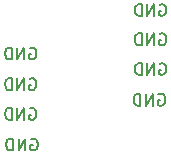
<source format=gbr>
G04 #@! TF.GenerationSoftware,KiCad,Pcbnew,(5.1.9)-1*
G04 #@! TF.CreationDate,2022-01-17T20:36:23+01:00*
G04 #@! TF.ProjectId,RedPitaya_IntStab,52656450-6974-4617-9961-5f496e745374,1.5.1*
G04 #@! TF.SameCoordinates,Original*
G04 #@! TF.FileFunction,Other,Fab,Bot*
%FSLAX46Y46*%
G04 Gerber Fmt 4.6, Leading zero omitted, Abs format (unit mm)*
G04 Created by KiCad (PCBNEW (5.1.9)-1) date 2022-01-17 20:36:23*
%MOMM*%
%LPD*%
G01*
G04 APERTURE LIST*
%ADD10C,0.150000*%
G04 APERTURE END LIST*
D10*
X58861904Y-99500000D02*
X58957142Y-99452380D01*
X59100000Y-99452380D01*
X59242857Y-99500000D01*
X59338095Y-99595238D01*
X59385714Y-99690476D01*
X59433333Y-99880952D01*
X59433333Y-100023809D01*
X59385714Y-100214285D01*
X59338095Y-100309523D01*
X59242857Y-100404761D01*
X59100000Y-100452380D01*
X59004761Y-100452380D01*
X58861904Y-100404761D01*
X58814285Y-100357142D01*
X58814285Y-100023809D01*
X59004761Y-100023809D01*
X58385714Y-100452380D02*
X58385714Y-99452380D01*
X57814285Y-100452380D01*
X57814285Y-99452380D01*
X57338095Y-100452380D02*
X57338095Y-99452380D01*
X57100000Y-99452380D01*
X56957142Y-99500000D01*
X56861904Y-99595238D01*
X56814285Y-99690476D01*
X56766666Y-99880952D01*
X56766666Y-100023809D01*
X56814285Y-100214285D01*
X56861904Y-100309523D01*
X56957142Y-100404761D01*
X57100000Y-100452380D01*
X57338095Y-100452380D01*
X69661904Y-95700000D02*
X69757142Y-95652380D01*
X69900000Y-95652380D01*
X70042857Y-95700000D01*
X70138095Y-95795238D01*
X70185714Y-95890476D01*
X70233333Y-96080952D01*
X70233333Y-96223809D01*
X70185714Y-96414285D01*
X70138095Y-96509523D01*
X70042857Y-96604761D01*
X69900000Y-96652380D01*
X69804761Y-96652380D01*
X69661904Y-96604761D01*
X69614285Y-96557142D01*
X69614285Y-96223809D01*
X69804761Y-96223809D01*
X69185714Y-96652380D02*
X69185714Y-95652380D01*
X68614285Y-96652380D01*
X68614285Y-95652380D01*
X68138095Y-96652380D02*
X68138095Y-95652380D01*
X67900000Y-95652380D01*
X67757142Y-95700000D01*
X67661904Y-95795238D01*
X67614285Y-95890476D01*
X67566666Y-96080952D01*
X67566666Y-96223809D01*
X67614285Y-96414285D01*
X67661904Y-96509523D01*
X67757142Y-96604761D01*
X67900000Y-96652380D01*
X68138095Y-96652380D01*
X58761904Y-96900000D02*
X58857142Y-96852380D01*
X59000000Y-96852380D01*
X59142857Y-96900000D01*
X59238095Y-96995238D01*
X59285714Y-97090476D01*
X59333333Y-97280952D01*
X59333333Y-97423809D01*
X59285714Y-97614285D01*
X59238095Y-97709523D01*
X59142857Y-97804761D01*
X59000000Y-97852380D01*
X58904761Y-97852380D01*
X58761904Y-97804761D01*
X58714285Y-97757142D01*
X58714285Y-97423809D01*
X58904761Y-97423809D01*
X58285714Y-97852380D02*
X58285714Y-96852380D01*
X57714285Y-97852380D01*
X57714285Y-96852380D01*
X57238095Y-97852380D02*
X57238095Y-96852380D01*
X57000000Y-96852380D01*
X56857142Y-96900000D01*
X56761904Y-96995238D01*
X56714285Y-97090476D01*
X56666666Y-97280952D01*
X56666666Y-97423809D01*
X56714285Y-97614285D01*
X56761904Y-97709523D01*
X56857142Y-97804761D01*
X57000000Y-97852380D01*
X57238095Y-97852380D01*
X69761904Y-93100000D02*
X69857142Y-93052380D01*
X70000000Y-93052380D01*
X70142857Y-93100000D01*
X70238095Y-93195238D01*
X70285714Y-93290476D01*
X70333333Y-93480952D01*
X70333333Y-93623809D01*
X70285714Y-93814285D01*
X70238095Y-93909523D01*
X70142857Y-94004761D01*
X70000000Y-94052380D01*
X69904761Y-94052380D01*
X69761904Y-94004761D01*
X69714285Y-93957142D01*
X69714285Y-93623809D01*
X69904761Y-93623809D01*
X69285714Y-94052380D02*
X69285714Y-93052380D01*
X68714285Y-94052380D01*
X68714285Y-93052380D01*
X68238095Y-94052380D02*
X68238095Y-93052380D01*
X68000000Y-93052380D01*
X67857142Y-93100000D01*
X67761904Y-93195238D01*
X67714285Y-93290476D01*
X67666666Y-93480952D01*
X67666666Y-93623809D01*
X67714285Y-93814285D01*
X67761904Y-93909523D01*
X67857142Y-94004761D01*
X68000000Y-94052380D01*
X68238095Y-94052380D01*
X58761904Y-94400000D02*
X58857142Y-94352380D01*
X59000000Y-94352380D01*
X59142857Y-94400000D01*
X59238095Y-94495238D01*
X59285714Y-94590476D01*
X59333333Y-94780952D01*
X59333333Y-94923809D01*
X59285714Y-95114285D01*
X59238095Y-95209523D01*
X59142857Y-95304761D01*
X59000000Y-95352380D01*
X58904761Y-95352380D01*
X58761904Y-95304761D01*
X58714285Y-95257142D01*
X58714285Y-94923809D01*
X58904761Y-94923809D01*
X58285714Y-95352380D02*
X58285714Y-94352380D01*
X57714285Y-95352380D01*
X57714285Y-94352380D01*
X57238095Y-95352380D02*
X57238095Y-94352380D01*
X57000000Y-94352380D01*
X56857142Y-94400000D01*
X56761904Y-94495238D01*
X56714285Y-94590476D01*
X56666666Y-94780952D01*
X56666666Y-94923809D01*
X56714285Y-95114285D01*
X56761904Y-95209523D01*
X56857142Y-95304761D01*
X57000000Y-95352380D01*
X57238095Y-95352380D01*
X69761904Y-90600000D02*
X69857142Y-90552380D01*
X70000000Y-90552380D01*
X70142857Y-90600000D01*
X70238095Y-90695238D01*
X70285714Y-90790476D01*
X70333333Y-90980952D01*
X70333333Y-91123809D01*
X70285714Y-91314285D01*
X70238095Y-91409523D01*
X70142857Y-91504761D01*
X70000000Y-91552380D01*
X69904761Y-91552380D01*
X69761904Y-91504761D01*
X69714285Y-91457142D01*
X69714285Y-91123809D01*
X69904761Y-91123809D01*
X69285714Y-91552380D02*
X69285714Y-90552380D01*
X68714285Y-91552380D01*
X68714285Y-90552380D01*
X68238095Y-91552380D02*
X68238095Y-90552380D01*
X68000000Y-90552380D01*
X67857142Y-90600000D01*
X67761904Y-90695238D01*
X67714285Y-90790476D01*
X67666666Y-90980952D01*
X67666666Y-91123809D01*
X67714285Y-91314285D01*
X67761904Y-91409523D01*
X67857142Y-91504761D01*
X68000000Y-91552380D01*
X68238095Y-91552380D01*
X58761904Y-91800000D02*
X58857142Y-91752380D01*
X59000000Y-91752380D01*
X59142857Y-91800000D01*
X59238095Y-91895238D01*
X59285714Y-91990476D01*
X59333333Y-92180952D01*
X59333333Y-92323809D01*
X59285714Y-92514285D01*
X59238095Y-92609523D01*
X59142857Y-92704761D01*
X59000000Y-92752380D01*
X58904761Y-92752380D01*
X58761904Y-92704761D01*
X58714285Y-92657142D01*
X58714285Y-92323809D01*
X58904761Y-92323809D01*
X58285714Y-92752380D02*
X58285714Y-91752380D01*
X57714285Y-92752380D01*
X57714285Y-91752380D01*
X57238095Y-92752380D02*
X57238095Y-91752380D01*
X57000000Y-91752380D01*
X56857142Y-91800000D01*
X56761904Y-91895238D01*
X56714285Y-91990476D01*
X56666666Y-92180952D01*
X56666666Y-92323809D01*
X56714285Y-92514285D01*
X56761904Y-92609523D01*
X56857142Y-92704761D01*
X57000000Y-92752380D01*
X57238095Y-92752380D01*
X69761904Y-88100000D02*
X69857142Y-88052380D01*
X70000000Y-88052380D01*
X70142857Y-88100000D01*
X70238095Y-88195238D01*
X70285714Y-88290476D01*
X70333333Y-88480952D01*
X70333333Y-88623809D01*
X70285714Y-88814285D01*
X70238095Y-88909523D01*
X70142857Y-89004761D01*
X70000000Y-89052380D01*
X69904761Y-89052380D01*
X69761904Y-89004761D01*
X69714285Y-88957142D01*
X69714285Y-88623809D01*
X69904761Y-88623809D01*
X69285714Y-89052380D02*
X69285714Y-88052380D01*
X68714285Y-89052380D01*
X68714285Y-88052380D01*
X68238095Y-89052380D02*
X68238095Y-88052380D01*
X68000000Y-88052380D01*
X67857142Y-88100000D01*
X67761904Y-88195238D01*
X67714285Y-88290476D01*
X67666666Y-88480952D01*
X67666666Y-88623809D01*
X67714285Y-88814285D01*
X67761904Y-88909523D01*
X67857142Y-89004761D01*
X68000000Y-89052380D01*
X68238095Y-89052380D01*
M02*

</source>
